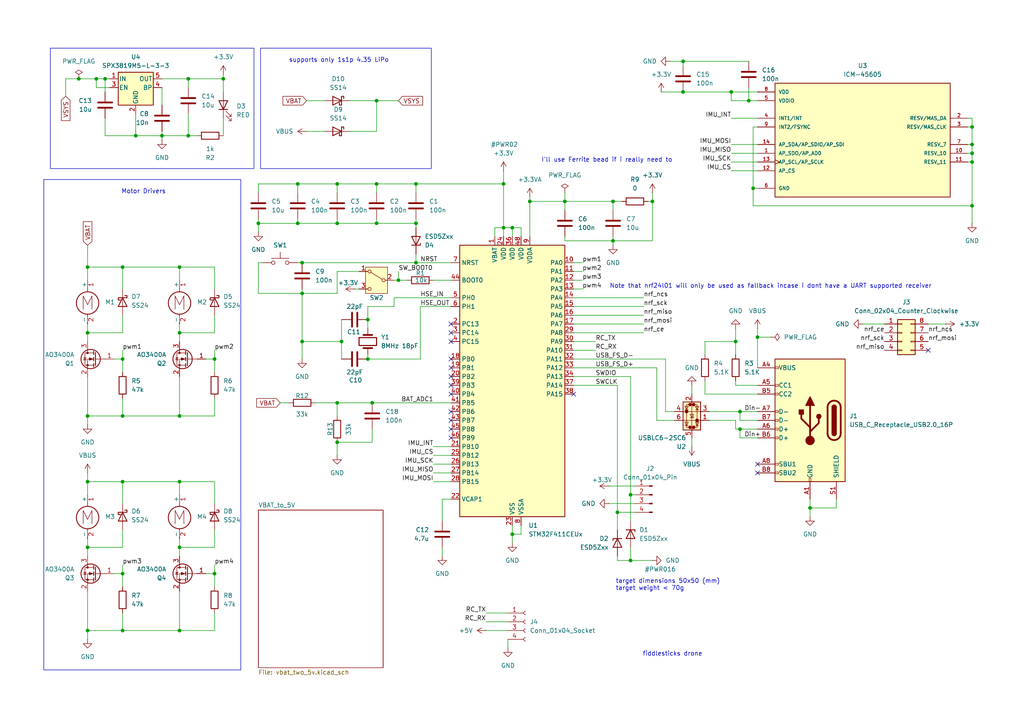
<source format=kicad_sch>
(kicad_sch (version 20250114) (generator "eeschema") (generator_version "9.0")
  (paper "A4")
  (rectangle (start 14.605 13.97) (end 73.66 48.895))
  (rectangle (start 75.565 13.97) (end 125.095 48.895))
  (rectangle (start 12.7 52.07) (end 69.85 194.31))
  (text "supports only 1s1p 4.35 LiPo" (at 98.298 17.526 0) (effects (font (size 1.27 1.27))))
  (text "fiddlesticks drone" (at 195.072 189.738 0) (effects (font (size 1.27 1.27))))
  (text "Note that nrf24l01 will only be used as fallback incase i dont have a UART supported receiver" (at 223.52 83.058 0) (effects (font (size 1.27 1.27))))
  (text "target dimensions 50x50 (mm)\ntarget weight < 70g" (at 178.562 169.672 0) (effects (font (size 1.27 1.27)) (justify left)))
  (text "I'll use Ferrite bead if i really need to" (at 176.022 46.482 0) (effects (font (size 1.27 1.27))))
  (text "Motor Drivers" (at 41.656 55.626 0) (effects (font (size 1.27 1.27))))
  (junction (at 106.68 92.71))
  (junction (at 120.65 64.77))
  (junction (at 35.56 139.7))
  (junction (at 52.07 96.52))
  (junction (at 54.61 39.37))
  (junction (at 163.83 58.42))
  (junction (at 198.12 26.67))
  (junction (at 87.63 85.09))
  (junction (at 99.06 99.06))
  (junction (at 35.56 166.37))
  (junction (at 97.79 53.34))
  (junction (at 25.4 139.7))
  (junction (at 64.77 22.86))
  (junction (at 25.4 158.75))
  (junction (at 120.65 76.2))
  (junction (at 62.23 104.14))
  (junction (at 234.95 147.32))
  (junction (at 87.63 76.2))
  (junction (at 182.88 143.51))
  (junction (at 86.36 53.34))
  (junction (at 25.4 96.52))
  (junction (at 146.05 53.34))
  (junction (at 214.63 119.38))
  (junction (at 281.94 46.99))
  (junction (at 217.17 29.21))
  (junction (at 281.94 36.83))
  (junction (at 120.65 53.34))
  (junction (at 25.4 120.65))
  (junction (at 106.68 104.14))
  (junction (at 27.94 22.86))
  (junction (at 281.94 41.91))
  (junction (at 109.22 53.34))
  (junction (at 148.59 66.04))
  (junction (at 97.79 116.84))
  (junction (at 54.61 22.86))
  (junction (at 179.07 148.59))
  (junction (at 52.07 158.75))
  (junction (at 109.22 29.21))
  (junction (at 74.93 64.77))
  (junction (at 25.4 77.47))
  (junction (at 62.23 166.37))
  (junction (at 212.09 26.67))
  (junction (at 97.79 128.27))
  (junction (at 22.86 22.86))
  (junction (at 148.59 154.94))
  (junction (at 281.94 59.69))
  (junction (at 219.71 97.79))
  (junction (at 35.56 120.65))
  (junction (at 87.63 99.06))
  (junction (at 97.79 64.77))
  (junction (at 177.8 69.85))
  (junction (at 213.36 99.06))
  (junction (at 177.8 58.42))
  (junction (at 107.95 116.84))
  (junction (at 35.56 104.14))
  (junction (at 281.94 44.45))
  (junction (at 35.56 77.47))
  (junction (at 182.88 162.56))
  (junction (at 39.37 39.37))
  (junction (at 146.05 66.04))
  (junction (at 52.07 120.65))
  (junction (at 218.44 54.61))
  (junction (at 52.07 77.47))
  (junction (at 30.48 22.86))
  (junction (at 35.56 182.88))
  (junction (at 115.57 81.28))
  (junction (at 25.4 182.88))
  (junction (at 109.22 64.77))
  (junction (at 189.23 58.42))
  (junction (at 52.07 182.88))
  (junction (at 214.63 124.46))
  (junction (at 52.07 139.7))
  (junction (at 86.36 64.77))
  (junction (at 153.67 58.42))
  (junction (at 46.99 39.37))
  (junction (at 198.12 17.78))
  (no_connect (at 219.71 137.16))
  (no_connect (at 130.81 121.92))
  (no_connect (at 130.81 106.68))
  (no_connect (at 130.81 114.3))
  (no_connect (at 130.81 124.46))
  (no_connect (at 166.37 114.3))
  (no_connect (at 130.81 111.76))
  (no_connect (at 130.81 127))
  (no_connect (at 130.81 119.38))
  (no_connect (at 130.81 99.06))
  (no_connect (at 130.81 109.22))
  (no_connect (at 219.71 134.62))
  (no_connect (at 130.81 104.14))
  (no_connect (at 130.81 93.98))
  (no_connect (at 130.81 96.52))
  (no_connect (at 269.24 101.6))
  (wire (pts (xy 81.28 116.84) (xy 83.82 116.84)))
  (wire (pts (xy 166.37 91.44) (xy 186.69 91.44)))
  (wire (pts (xy 214.63 127) (xy 214.63 124.46)))
  (wire (pts (xy 187.96 58.42) (xy 189.23 58.42)))
  (wire (pts (xy 62.23 96.52) (xy 52.07 96.52)))
  (wire (pts (xy 62.23 166.37) (xy 62.23 170.18)))
  (wire (pts (xy 140.97 182.88) (xy 147.32 182.88)))
  (wire (pts (xy 191.77 26.67) (xy 198.12 26.67)))
  (wire (pts (xy 120.65 53.34) (xy 146.05 53.34)))
  (wire (pts (xy 120.65 76.2) (xy 130.81 76.2)))
  (wire (pts (xy 87.63 76.2) (xy 120.65 76.2)))
  (wire (pts (xy 54.61 39.37) (xy 57.15 39.37)))
  (wire (pts (xy 166.37 109.22) (xy 182.88 109.22)))
  (wire (pts (xy 46.99 22.86) (xy 54.61 22.86)))
  (wire (pts (xy 101.6 38.1) (xy 109.22 38.1)))
  (wire (pts (xy 125.73 129.54) (xy 130.81 129.54)))
  (wire (pts (xy 151.13 154.94) (xy 148.59 154.94)))
  (wire (pts (xy 62.23 115.57) (xy 62.23 120.65)))
  (wire (pts (xy 205.74 119.38) (xy 214.63 119.38)))
  (wire (pts (xy 147.32 185.42) (xy 147.32 187.96)))
  (wire (pts (xy 25.4 139.7) (xy 25.4 143.51)))
  (wire (pts (xy 86.36 76.2) (xy 87.63 76.2)))
  (wire (pts (xy 30.48 22.86) (xy 31.75 22.86)))
  (wire (pts (xy 109.22 63.5) (xy 109.22 64.77)))
  (wire (pts (xy 52.07 77.47) (xy 62.23 77.47)))
  (wire (pts (xy 88.9 29.21) (xy 93.98 29.21)))
  (wire (pts (xy 106.68 95.25) (xy 106.68 92.71)))
  (wire (pts (xy 35.56 91.44) (xy 35.56 96.52)))
  (wire (pts (xy 193.04 119.38) (xy 195.58 119.38)))
  (wire (pts (xy 189.23 55.88) (xy 189.23 58.42)))
  (wire (pts (xy 140.97 177.8) (xy 147.32 177.8)))
  (wire (pts (xy 121.92 88.9) (xy 121.92 104.14)))
  (wire (pts (xy 114.3 81.28) (xy 115.57 81.28)))
  (wire (pts (xy 22.86 22.86) (xy 27.94 22.86)))
  (wire (pts (xy 62.23 158.75) (xy 52.07 158.75)))
  (wire (pts (xy 97.79 128.27) (xy 97.79 132.08)))
  (wire (pts (xy 204.47 110.49) (xy 204.47 114.3)))
  (wire (pts (xy 204.47 102.87) (xy 204.47 99.06)))
  (wire (pts (xy 120.65 63.5) (xy 120.65 64.77)))
  (wire (pts (xy 39.37 33.02) (xy 39.37 39.37)))
  (wire (pts (xy 166.37 81.28) (xy 168.91 81.28)))
  (wire (pts (xy 166.37 93.98) (xy 186.69 93.98)))
  (wire (pts (xy 54.61 22.86) (xy 54.61 25.4)))
  (wire (pts (xy 121.92 104.14) (xy 106.68 104.14)))
  (wire (pts (xy 128.27 144.78) (xy 130.81 144.78)))
  (wire (pts (xy 151.13 66.04) (xy 148.59 66.04)))
  (wire (pts (xy 25.4 120.65) (xy 25.4 123.19)))
  (wire (pts (xy 214.63 119.38) (xy 219.71 119.38)))
  (wire (pts (xy 97.79 128.27) (xy 107.95 128.27)))
  (wire (pts (xy 189.23 58.42) (xy 189.23 69.85)))
  (wire (pts (xy 125.73 134.62) (xy 130.81 134.62)))
  (wire (pts (xy 163.83 55.88) (xy 163.83 58.42)))
  (wire (pts (xy 97.79 53.34) (xy 109.22 53.34)))
  (wire (pts (xy 166.37 76.2) (xy 168.91 76.2)))
  (wire (pts (xy 280.67 34.29) (xy 281.94 34.29)))
  (wire (pts (xy 62.23 177.8) (xy 62.23 182.88)))
  (wire (pts (xy 166.37 99.06) (xy 172.72 99.06)))
  (wire (pts (xy 153.67 57.15) (xy 153.67 58.42)))
  (wire (pts (xy 219.71 97.79) (xy 223.52 97.79)))
  (wire (pts (xy 184.15 148.59) (xy 179.07 148.59)))
  (wire (pts (xy 25.4 120.65) (xy 35.56 120.65)))
  (wire (pts (xy 87.63 85.09) (xy 87.63 99.06)))
  (wire (pts (xy 219.71 97.79) (xy 219.71 106.68)))
  (wire (pts (xy 39.37 39.37) (xy 46.99 39.37)))
  (wire (pts (xy 213.36 110.49) (xy 213.36 111.76)))
  (wire (pts (xy 190.5 121.92) (xy 195.58 121.92)))
  (wire (pts (xy 106.68 92.71) (xy 106.68 88.9)))
  (wire (pts (xy 163.83 69.85) (xy 177.8 69.85)))
  (wire (pts (xy 182.88 143.51) (xy 182.88 109.22)))
  (wire (pts (xy 177.8 69.85) (xy 177.8 71.12)))
  (wire (pts (xy 200.66 129.54) (xy 200.66 127)))
  (wire (pts (xy 120.65 53.34) (xy 120.65 55.88)))
  (wire (pts (xy 62.23 104.14) (xy 62.23 107.95)))
  (wire (pts (xy 218.44 59.69) (xy 281.94 59.69)))
  (wire (pts (xy 166.37 101.6) (xy 172.72 101.6)))
  (wire (pts (xy 35.56 104.14) (xy 33.02 104.14)))
  (wire (pts (xy 31.75 25.4) (xy 27.94 25.4)))
  (wire (pts (xy 109.22 64.77) (xy 120.65 64.77)))
  (wire (pts (xy 52.07 109.22) (xy 52.07 120.65)))
  (wire (pts (xy 212.09 44.45) (xy 219.71 44.45)))
  (wire (pts (xy 219.71 111.76) (xy 213.36 111.76)))
  (wire (pts (xy 213.36 124.46) (xy 214.63 124.46)))
  (wire (pts (xy 35.56 77.47) (xy 52.07 77.47)))
  (wire (pts (xy 213.36 99.06) (xy 213.36 102.87)))
  (wire (pts (xy 97.79 63.5) (xy 97.79 64.77)))
  (wire (pts (xy 212.09 26.67) (xy 212.09 29.21)))
  (wire (pts (xy 54.61 22.86) (xy 64.77 22.86)))
  (wire (pts (xy 115.57 81.28) (xy 118.11 81.28)))
  (wire (pts (xy 88.9 38.1) (xy 93.98 38.1)))
  (wire (pts (xy 269.24 93.98) (xy 274.32 93.98)))
  (wire (pts (xy 109.22 53.34) (xy 120.65 53.34)))
  (wire (pts (xy 35.56 101.6) (xy 35.56 104.14)))
  (wire (pts (xy 219.71 36.83) (xy 218.44 36.83)))
  (wire (pts (xy 212.09 49.53) (xy 219.71 49.53)))
  (wire (pts (xy 35.56 104.14) (xy 35.56 107.95)))
  (wire (pts (xy 74.93 53.34) (xy 86.36 53.34)))
  (wire (pts (xy 166.37 83.82) (xy 168.91 83.82)))
  (wire (pts (xy 166.37 86.36) (xy 186.69 86.36)))
  (wire (pts (xy 193.04 104.14) (xy 193.04 119.38)))
  (wire (pts (xy 46.99 39.37) (xy 54.61 39.37)))
  (wire (pts (xy 140.97 180.34) (xy 147.32 180.34)))
  (wire (pts (xy 177.8 60.96) (xy 177.8 58.42)))
  (wire (pts (xy 76.2 76.2) (xy 74.93 76.2)))
  (wire (pts (xy 280.67 41.91) (xy 281.94 41.91)))
  (wire (pts (xy 205.74 121.92) (xy 213.36 121.92)))
  (wire (pts (xy 179.07 148.59) (xy 179.07 153.67)))
  (wire (pts (xy 25.4 93.98) (xy 25.4 96.52)))
  (wire (pts (xy 27.94 22.86) (xy 27.94 25.4)))
  (wire (pts (xy 99.06 99.06) (xy 99.06 104.14)))
  (wire (pts (xy 166.37 111.76) (xy 179.07 111.76)))
  (wire (pts (xy 25.4 96.52) (xy 35.56 96.52)))
  (wire (pts (xy 104.14 78.74) (xy 97.79 78.74)))
  (wire (pts (xy 198.12 17.78) (xy 217.17 17.78)))
  (wire (pts (xy 281.94 46.99) (xy 281.94 59.69)))
  (wire (pts (xy 52.07 182.88) (xy 35.56 182.88)))
  (wire (pts (xy 250.19 93.98) (xy 256.54 93.98)))
  (wire (pts (xy 184.15 143.51) (xy 182.88 143.51)))
  (wire (pts (xy 107.95 124.46) (xy 107.95 128.27)))
  (wire (pts (xy 120.65 73.66) (xy 120.65 76.2)))
  (wire (pts (xy 198.12 26.67) (xy 212.09 26.67)))
  (wire (pts (xy 163.83 58.42) (xy 153.67 58.42)))
  (wire (pts (xy 30.48 34.29) (xy 30.48 39.37)))
  (wire (pts (xy 64.77 21.59) (xy 64.77 22.86)))
  (wire (pts (xy 25.4 171.45) (xy 25.4 182.88)))
  (wire (pts (xy 177.8 68.58) (xy 177.8 69.85)))
  (wire (pts (xy 86.36 64.77) (xy 97.79 64.77)))
  (wire (pts (xy 19.05 22.86) (xy 22.86 22.86)))
  (wire (pts (xy 148.59 152.4) (xy 148.59 154.94)))
  (wire (pts (xy 219.71 124.46) (xy 214.63 124.46)))
  (wire (pts (xy 74.93 64.77) (xy 74.93 67.31)))
  (wire (pts (xy 86.36 64.77) (xy 74.93 64.77)))
  (wire (pts (xy 194.31 17.78) (xy 198.12 17.78)))
  (wire (pts (xy 87.63 99.06) (xy 87.63 104.14)))
  (wire (pts (xy 179.07 161.29) (xy 179.07 162.56)))
  (wire (pts (xy 219.71 54.61) (xy 218.44 54.61)))
  (wire (pts (xy 25.4 158.75) (xy 25.4 161.29)))
  (wire (pts (xy 52.07 158.75) (xy 52.07 161.29)))
  (wire (pts (xy 86.36 53.34) (xy 97.79 53.34)))
  (wire (pts (xy 62.23 83.82) (xy 62.23 77.47)))
  (wire (pts (xy 151.13 68.58) (xy 151.13 66.04)))
  (wire (pts (xy 97.79 78.74) (xy 97.79 85.09)))
  (wire (pts (xy 218.44 54.61) (xy 218.44 59.69)))
  (wire (pts (xy 106.68 88.9) (xy 114.3 88.9)))
  (wire (pts (xy 281.94 59.69) (xy 281.94 64.77)))
  (wire (pts (xy 30.48 39.37) (xy 39.37 39.37)))
  (wire (pts (xy 179.07 148.59) (xy 179.07 111.76)))
  (wire (pts (xy 146.05 53.34) (xy 146.05 66.04)))
  (wire (pts (xy 19.05 22.86) (xy 19.05 27.94)))
  (wire (pts (xy 163.83 68.58) (xy 163.83 69.85)))
  (wire (pts (xy 99.06 92.71) (xy 99.06 99.06)))
  (wire (pts (xy 166.37 78.74) (xy 168.91 78.74)))
  (wire (pts (xy 25.4 158.75) (xy 35.56 158.75)))
  (wire (pts (xy 62.23 163.83) (xy 62.23 166.37)))
  (wire (pts (xy 121.92 88.9) (xy 130.81 88.9)))
  (wire (pts (xy 190.5 106.68) (xy 190.5 121.92)))
  (wire (pts (xy 91.44 116.84) (xy 97.79 116.84)))
  (wire (pts (xy 114.3 88.9) (xy 114.3 86.36)))
  (wire (pts (xy 35.56 115.57) (xy 35.56 120.65)))
  (wire (pts (xy 198.12 17.78) (xy 198.12 19.05)))
  (wire (pts (xy 153.67 58.42) (xy 153.67 68.58)))
  (wire (pts (xy 62.23 182.88) (xy 52.07 182.88)))
  (wire (pts (xy 204.47 99.06) (xy 213.36 99.06)))
  (wire (pts (xy 146.05 49.53) (xy 146.05 53.34)))
  (wire (pts (xy 128.27 158.75) (xy 128.27 161.29)))
  (wire (pts (xy 125.73 81.28) (xy 130.81 81.28)))
  (wire (pts (xy 125.73 132.08) (xy 130.81 132.08)))
  (wire (pts (xy 212.09 26.67) (xy 219.71 26.67)))
  (wire (pts (xy 25.4 137.16) (xy 25.4 139.7)))
  (wire (pts (xy 35.56 83.82) (xy 35.56 77.47)))
  (wire (pts (xy 74.93 55.88) (xy 74.93 53.34)))
  (wire (pts (xy 35.56 166.37) (xy 33.02 166.37)))
  (wire (pts (xy 52.07 171.45) (xy 52.07 182.88)))
  (wire (pts (xy 242.57 147.32) (xy 234.95 147.32)))
  (wire (pts (xy 25.4 96.52) (xy 25.4 99.06)))
  (wire (pts (xy 62.23 104.14) (xy 59.69 104.14)))
  (wire (pts (xy 87.63 83.82) (xy 87.63 85.09)))
  (wire (pts (xy 101.6 29.21) (xy 109.22 29.21)))
  (wire (pts (xy 200.66 114.3) (xy 200.66 111.76)))
  (wire (pts (xy 97.79 64.77) (xy 109.22 64.77)))
  (wire (pts (xy 54.61 33.02) (xy 54.61 39.37)))
  (wire (pts (xy 64.77 34.29) (xy 64.77 39.37)))
  (wire (pts (xy 62.23 166.37) (xy 59.69 166.37)))
  (wire (pts (xy 86.36 63.5) (xy 86.36 64.77)))
  (wire (pts (xy 166.37 106.68) (xy 190.5 106.68)))
  (wire (pts (xy 125.73 137.16) (xy 130.81 137.16)))
  (wire (pts (xy 35.56 166.37) (xy 35.56 170.18)))
  (wire (pts (xy 146.05 66.04) (xy 146.05 68.58)))
  (wire (pts (xy 25.4 71.12) (xy 25.4 77.47)))
  (wire (pts (xy 214.63 119.38) (xy 214.63 121.92)))
  (wire (pts (xy 52.07 77.47) (xy 52.07 81.28)))
  (wire (pts (xy 213.36 95.25) (xy 213.36 99.06)))
  (wire (pts (xy 62.23 91.44) (xy 62.23 96.52)))
  (wire (pts (xy 179.07 162.56) (xy 182.88 162.56)))
  (wire (pts (xy 280.67 36.83) (xy 281.94 36.83)))
  (wire (pts (xy 212.09 46.99) (xy 219.71 46.99)))
  (wire (pts (xy 25.4 156.21) (xy 25.4 158.75)))
  (wire (pts (xy 163.83 58.42) (xy 177.8 58.42)))
  (wire (pts (xy 109.22 53.34) (xy 109.22 55.88)))
  (wire (pts (xy 97.79 116.84) (xy 107.95 116.84)))
  (wire (pts (xy 217.17 29.21) (xy 219.71 29.21)))
  (wire (pts (xy 30.48 26.67) (xy 30.48 22.86)))
  (wire (pts (xy 46.99 38.1) (xy 46.99 39.37)))
  (wire (pts (xy 115.57 78.74) (xy 115.57 81.28)))
  (wire (pts (xy 281.94 41.91) (xy 281.94 44.45)))
  (wire (pts (xy 120.65 66.04) (xy 120.65 64.77)))
  (wire (pts (xy 234.95 144.78) (xy 234.95 147.32)))
  (wire (pts (xy 97.79 53.34) (xy 97.79 55.88)))
  (wire (pts (xy 280.67 46.99) (xy 281.94 46.99)))
  (wire (pts (xy 74.93 76.2) (xy 74.93 85.09)))
  (wire (pts (xy 176.53 146.05) (xy 184.15 146.05)))
  (wire (pts (xy 35.56 177.8) (xy 35.56 182.88)))
  (wire (pts (xy 74.93 63.5) (xy 74.93 64.77)))
  (wire (pts (xy 52.07 96.52) (xy 52.07 99.06)))
  (wire (pts (xy 212.09 34.29) (xy 219.71 34.29)))
  (wire (pts (xy 182.88 162.56) (xy 189.23 162.56)))
  (wire (pts (xy 52.07 139.7) (xy 52.07 143.51)))
  (wire (pts (xy 182.88 143.51) (xy 182.88 151.13)))
  (wire (pts (xy 87.63 99.06) (xy 99.06 99.06)))
  (wire (pts (xy 281.94 36.83) (xy 281.94 41.91)))
  (wire (pts (xy 166.37 88.9) (xy 186.69 88.9)))
  (wire (pts (xy 219.71 95.25) (xy 219.71 97.79)))
  (wire (pts (xy 35.56 139.7) (xy 52.07 139.7)))
  (wire (pts (xy 109.22 29.21) (xy 109.22 38.1)))
  (wire (pts (xy 97.79 85.09) (xy 87.63 85.09)))
  (wire (pts (xy 218.44 36.83) (xy 218.44 54.61)))
  (wire (pts (xy 46.99 25.4) (xy 46.99 30.48)))
  (wire (pts (xy 163.83 60.96) (xy 163.83 58.42)))
  (wire (pts (xy 74.93 85.09) (xy 87.63 85.09)))
  (wire (pts (xy 52.07 156.21) (xy 52.07 158.75)))
  (wire (pts (xy 62.23 153.67) (xy 62.23 158.75)))
  (wire (pts (xy 176.53 140.97) (xy 184.15 140.97)))
  (wire (pts (xy 148.59 66.04) (xy 146.05 66.04)))
  (wire (pts (xy 213.36 121.92) (xy 213.36 124.46)))
  (wire (pts (xy 281.94 44.45) (xy 281.94 46.99)))
  (wire (pts (xy 242.57 144.78) (xy 242.57 147.32)))
  (wire (pts (xy 27.94 22.86) (xy 30.48 22.86)))
  (wire (pts (xy 219.71 127) (xy 214.63 127)))
  (wire (pts (xy 97.79 116.84) (xy 97.79 120.65)))
  (wire (pts (xy 25.4 77.47) (xy 35.56 77.47)))
  (wire (pts (xy 234.95 147.32) (xy 234.95 149.86)))
  (wire (pts (xy 64.77 22.86) (xy 64.77 26.67)))
  (wire (pts (xy 25.4 182.88) (xy 25.4 185.42)))
  (wire (pts (xy 46.99 39.37) (xy 46.99 40.64)))
  (wire (pts (xy 219.71 114.3) (xy 204.47 114.3)))
  (wire (pts (xy 25.4 182.88) (xy 35.56 182.88)))
  (wire (pts (xy 177.8 58.42) (xy 180.34 58.42)))
  (wire (pts (xy 106.68 104.14) (xy 106.68 102.87)))
  (wire (pts (xy 35.56 153.67) (xy 35.56 158.75)))
  (wire (pts (xy 219.71 121.92) (xy 214.63 121.92)))
  (wire (pts (xy 143.51 66.04) (xy 146.05 66.04)))
  (wire (pts (xy 125.73 139.7) (xy 130.81 139.7)))
  (wire (pts (xy 151.13 152.4) (xy 151.13 154.94)))
  (wire (pts (xy 280.67 44.45) (xy 281.94 44.45)))
  (wire (pts (xy 102.87 83.82) (xy 104.14 83.82)))
  (wire (pts (xy 114.3 86.36) (xy 130.81 86.36)))
  (wire (pts (xy 212.09 41.91) (xy 219.71 41.91)))
  (wire (pts (xy 281.94 34.29) (xy 281.94 36.83)))
  (wire (pts (xy 25.4 139.7) (xy 35.56 139.7)))
  (wire (pts (xy 148.59 154.94) (xy 148.59 157.48)))
  (wire (pts (xy 62.23 120.65) (xy 52.07 120.65)))
  (wire (pts (xy 107.95 116.84) (xy 130.81 116.84)))
  (wire (pts (xy 182.88 158.75) (xy 182.88 162.56)))
  (wire (pts (xy 86.36 55.88) (xy 86.36 53.34)))
  (wire (pts (xy 217.17 25.4) (xy 217.17 29.21)))
  (wire (pts (xy 212.09 29.21) (xy 217.17 29.21)))
  (wire (pts (xy 25.4 109.22) (xy 25.4 120.65)))
  (wire (pts (xy 148.59 68.58) (xy 148.59 66.04)))
  (wire (pts (xy 62.23 101.6) (xy 62.23 104.14)))
  (wire (pts (xy 52.07 93.98) (xy 52.07 96.52)))
  (wire (pts (xy 35.56 163.83) (xy 35.56 166.37)))
  (wire (pts (xy 62.23 146.05) (xy 62.23 139.7)))
  (wire (pts (xy 143.51 68.58) (xy 143.51 66.04)))
  (wire (pts (xy 166.37 104.14) (xy 193.04 104.14)))
  (wire (pts (xy 52.07 120.65) (xy 35.56 120.65)))
  (wire (pts (xy 109.22 29.21) (xy 115.57 29.21)))
  (wire (pts (xy 166.37 96.52) (xy 186.69 96.52)))
  (wire (pts (xy 25.4 77.47) (xy 25.4 81.28)))
  (wire (pts (xy 52.07 139.7) (xy 62.23 139.7)))
  (wire (pts (xy 177.8 69.85) (xy 189.23 69.85)))
  (wire (pts (xy 128.27 144.78) (xy 128.27 151.13)))
  (wire (pts (xy 35.56 146.05) (xy 35.56 139.7)))
  (label "pwm2" (at 168.91 78.74 0))
  (label "nrf_ncs" (at 186.69 86.36 0))
  (label "IMU_SCK" (at 212.09 46.99 180))
  (label "pwm2" (at 62.23 101.6 0))
  (label "IMU_MOSI" (at 212.09 41.91 180))
  (label "nrf_mosi" (at 269.24 99.06 0))
  (label "pwm3" (at 35.56 163.83 0))
  (label "IMU_MISO" (at 125.73 137.16 180))
  (label "Din-" (at 215.9 119.38 0))
  (label "NRST" (at 121.92 76.2 0))
  (label "IMU_MOSI" (at 125.73 139.7 180))
  (label "IMU_SCK" (at 125.73 134.62 180))
  (label "SWCLK" (at 172.72 111.76 0))
  (label "SW_BOOT0" (at 115.57 78.74 0))
  (label "HSE_OUT" (at 121.92 88.9 0))
  (label "IMU_CS" (at 212.09 49.53 180))
  (label "pwm1" (at 35.56 101.6 0))
  (label "IMU_CS" (at 125.73 132.08 180))
  (label "RC_TX" (at 140.97 177.8 180))
  (label "IMU_INT" (at 125.73 129.54 180))
  (label "nrf_miso" (at 186.69 91.44 0))
  (label "USB_FS_D-" (at 172.72 104.14 0))
  (label "pwm1" (at 168.91 76.2 0))
  (label "nrf_ncs" (at 269.24 96.52 0))
  (label "RC_RX" (at 172.72 101.6 0))
  (label "IMU_INT" (at 212.09 34.29 180))
  (label "nrf_mosi" (at 186.69 93.98 0))
  (label "IMU_MISO" (at 212.09 44.45 180))
  (label "nrf_miso" (at 256.54 101.6 180))
  (label "nrf_sck" (at 256.54 99.06 180))
  (label "Din+" (at 215.9 127 0))
  (label "USB_FS_D+" (at 172.72 106.68 0))
  (label "pwm4" (at 62.23 163.83 0))
  (label "HSE_IN" (at 121.92 86.36 0))
  (label "nrf_ce" (at 186.69 96.52 0))
  (label "BAT_ADC1" (at 125.73 116.84 180))
  (label "RC_RX" (at 140.97 180.34 180))
  (label "pwm3" (at 168.91 81.28 0))
  (label "nrf_ce" (at 256.54 96.52 180))
  (label "RC_TX" (at 172.72 99.06 0))
  (label "nrf_sck" (at 186.69 88.9 0))
  (label "pwm4" (at 168.91 83.82 0))
  (label "SWDIO" (at 172.72 109.22 0))
  (global_label "VBAT" (shape input) (at 88.9 29.21 180) (property "Intersheetrefs" "${INTERSHEET_REFS}" (effects (hide yes))))
  (global_label "VSYS" (shape input) (at 115.57 29.21 0) (property "Intersheetrefs" "${INTERSHEET_REFS}" (effects (hide yes))))
  (global_label "VBAT" (shape input) (at 81.28 116.84 180) (property "Intersheetrefs" "${INTERSHEET_REFS}" (effects (hide yes))))
  (global_label "VBAT" (shape input) (at 25.4 71.12 90) (property "Intersheetrefs" "${INTERSHEET_REFS}" (effects (hide yes))))
  (global_label "VSYS" (shape input) (at 19.05 27.94 270) (property "Intersheetrefs" "${INTERSHEET_REFS}" (effects (hide yes))))
  (symbol (lib_id "power:+3.3VA") (at 153.67 57.15 0) (unit 1)
    (property "Reference" "#PWR04" (effects (hide yes)))
    (property "Value" "+3.3VA" (at 153.67 52.07 0))
    (property "Description" "Power symbol creates a global label with name \"+3.3VA\"" (effects (hide yes)))
  )
  (symbol (lib_id "Motor:Motor_DC") (at 25.4 148.59 0) (unit 1)
    (property "Reference" "M3" (at 30.48 149.8599 0) (effects (justify left)))
    (property "Value" "Motor_DC" (effects (hide yes)))
    (property "Description" "DC Motor" (effects (hide yes)))
  )
  (symbol (lib_id "Diode:ESD5Zxx") (at 179.07 157.48 90) (mirror x) (unit 1)
    (property "Reference" "D2" (at 176.53 156.2099 90) (effects (justify left)))
    (property "Value" "ESD5Zxx" (at 176.53 158.7499 90) (effects (justify left)))
    (property "Footprint" "Diode_SMD:D_SOD-523" (effects (hide yes)))
    (property "Datasheet" "https://www.onsemi.com/pdf/datasheet/esd5z2.5t1-d.pdf" (effects (hide yes)))
    (property "Description" "ESD Protection Diode, SOD-523" (effects (hide yes)))
  )
  (symbol (lib_id "Regulator_Linear:SPX3819M5-L-3-3") (at 39.37 25.4 0) (unit 1)
    (property "Reference" "U4" (at 39.37 16.51 0))
    (property "Value" "SPX3819M5-L-3-3" (at 39.37 19.05 0))
    (property "Footprint" "Package_TO_SOT_SMD:SOT-23-5" (effects (hide yes)))
    (property "Datasheet" "https://www.exar.com/content/document.ashx?id=22106&languageid=1033&type=Datasheet&partnumber=SPX3819&filename=SPX3819.pdf&part=SPX3819" (effects (hide yes)))
    (property "Description" "500mA Low drop-out regulator, Fixed Output 3.3V, SOT-23-5" (effects (hide yes)))
  )
  (symbol (lib_id "Connector:Conn_01x04_Socket") (at 152.4 180.34 0) (unit 1)
    (property "Reference" "J4" (at 153.67 180.3399 0) (effects (justify left)))
    (property "Value" "Conn_01x04_Socket" (at 153.67 182.8799 0) (effects (justify left)))
    (property "Description" "Generic connector, single row, 01x04, script generated" (effects (hide yes)))
  )
  (symbol (lib_id "power:GND") (at 250.19 93.98 270) (unit 1)
    (property "Reference" "#PWR029" (effects (hide yes)))
    (property "Value" "GND" (at 246.38 93.9799 90) (effects (justify right)))
    (property "Description" "Power symbol creates a global label with name \"GND\" , ground" (effects (hide yes)))
  )
  (symbol (lib_id "power:GND") (at 189.23 162.56 90) (unit 1)
    (property "Reference" "#PWR016" (at 191.516 165.1 90))
    (property "Value" "GND" (at 193.04 162.5599 90) (effects (justify right)))
    (property "Description" "Power symbol creates a global label with name \"GND\" , ground" (effects (hide yes)))
  )
  (symbol (lib_id "Power_Protection:USBLC6-2SC6") (at 200.66 121.92 180) (unit 1)
    (property "Reference" "U2" (at 199.0089 129.54 0) (effects (justify left)))
    (property "Value" "USBLC6-2SC6" (at 199.0089 127 0) (effects (justify left)))
    (property "Footprint" "Package_TO_SOT_SMD:SOT-23-6" (effects (hide yes)))
    (property "Datasheet" "https://www.st.com/resource/en/datasheet/usblc6-2.pdf" (effects (hide yes)))
    (property "Description" "Very low capacitance ESD protection diode, 2 data-line, SOT-23-6" (effects (hide yes)))
  )
  (symbol (lib_id "Device:C") (at 128.27 154.94 0) (unit 1)
    (property "Reference" "C12" (at 124.46 153.6699 0) (effects (justify right)))
    (property "Value" "4.7u" (at 124.46 156.2099 0) (effects (justify right)))
    (property "Description" "Unpolarized capacitor" (effects (hide yes)))
  )
  (symbol (lib_id "Device:R") (at 213.36 106.68 0) (unit 1)
    (property "Reference" "R3" (at 215.9 105.4099 0) (effects (justify left)))
    (property "Value" "5.1K" (at 215.9 107.9499 0) (effects (justify left)))
    (property "Description" "Resistor" (effects (hide yes)))
  )
  (symbol (lib_id "Diode:SS24") (at 35.56 149.86 270) (unit 1)
    (property "Reference" "D6" (at 38.1 148.2724 90) (effects (justify left)))
    (property "Value" "SS24" (at 38.1 150.8124 90) (effects (justify left)))
    (property "Footprint" "Diode_SMD:D_SMA" (effects (hide yes)))
    (property "Datasheet" "https://www.vishay.com/docs/88748/ss22.pdf" (effects (hide yes)))
    (property "Description" "40V 2A Schottky Diode, SMA" (effects (hide yes)))
  )
  (symbol (lib_id "Diode:SS24") (at 62.23 149.86 270) (unit 1)
    (property "Reference" "D8" (at 64.77 148.2724 90) (effects (justify left)))
    (property "Value" "SS24" (at 64.77 150.8124 90) (effects (justify left)))
    (property "Footprint" "Diode_SMD:D_SMA" (effects (hide yes)))
    (property "Datasheet" "https://www.vishay.com/docs/88748/ss22.pdf" (effects (hide yes)))
    (property "Description" "40V 2A Schottky Diode, SMA" (effects (hide yes)))
  )
  (symbol (lib_id "Device:C") (at 163.83 64.77 0) (unit 1)
    (property "Reference" "C6" (at 167.64 63.4999 0) (effects (justify left)))
    (property "Value" "100n" (at 167.64 66.0399 0) (effects (justify left)))
    (property "Description" "Unpolarized capacitor" (effects (hide yes)))
  )
  (symbol (lib_id "Device:R") (at 35.56 173.99 0) (unit 1)
    (property "Reference" "R7" (at 38.1 172.7199 0) (effects (justify left)))
    (property "Value" "47k" (at 38.1 175.2599 0) (effects (justify left)))
    (property "Description" "Resistor" (effects (hide yes)))
  )
  (symbol (lib_id "Device:C") (at 30.48 30.48 0) (mirror y) (unit 1)
    (property "Reference" "C13" (at 26.67 29.2099 0) (effects (justify left)))
    (property "Value" "10u" (at 26.67 31.7499 0) (effects (justify left)))
    (property "Description" "Unpolarized capacitor" (effects (hide yes)))
  )
  (symbol (lib_id "Diode:ESD5Zxx") (at 120.65 69.85 270) (mirror x) (unit 1)
    (property "Reference" "D4" (at 123.19 71.1201 90) (effects (justify left)))
    (property "Value" "ESD5Zxx" (at 123.19 68.5801 90) (effects (justify left)))
    (property "Footprint" "Diode_SMD:D_SOD-523" (effects (hide yes)))
    (property "Datasheet" "https://www.onsemi.com/pdf/datasheet/esd5z2.5t1-d.pdf" (effects (hide yes)))
    (property "Description" "ESD Protection Diode, SOD-523" (effects (hide yes)))
  )
  (symbol (lib_id "Diode:ESD5Zxx") (at 182.88 154.94 270) (unit 1)
    (property "Reference" "D1" (at 185.42 153.6699 90) (effects (justify left)))
    (property "Value" "ESD5Zxx" (at 185.42 156.2099 90) (effects (justify left)))
    (property "Footprint" "Diode_SMD:D_SOD-523" (effects (hide yes)))
    (property "Datasheet" "https://www.onsemi.com/pdf/datasheet/esd5z2.5t1-d.pdf" (effects (hide yes)))
    (property "Description" "ESD Protection Diode, SOD-523" (effects (hide yes)))
  )
  (symbol (lib_id "Device:C") (at 54.61 29.21 0) (unit 1)
    (property "Reference" "C14" (at 58.42 27.9399 0) (effects (justify left)))
    (property "Value" "10u" (at 58.42 30.4799 0) (effects (justify left)))
    (property "Description" "Unpolarized capacitor" (effects (hide yes)))
  )
  (symbol (lib_id "Connector:Conn_01x04_Pin") (at 189.23 143.51 0) (mirror y) (unit 1)
    (property "Reference" "J2" (at 188.595 135.89 0))
    (property "Value" "Conn_01x04_Pin" (at 188.595 138.43 0))
    (property "Description" "Generic connector, single row, 01x04, script generated" (effects (hide yes)))
  )
  (symbol (lib_id "power:PWR_FLAG") (at 223.52 97.79 270) (unit 1)
    (property "Reference" "#FLG03" (effects (hide yes)))
    (property "Value" "PWR_FLAG" (at 227.33 97.7899 90) (effects (justify left)))
    (property "Description" "Special symbol for telling ERC where power comes from" (effects (hide yes)))
  )
  (symbol (lib_id "power:VBUS") (at 200.66 129.54 0) (mirror x) (unit 1)
    (property "Reference" "#PWR014" (effects (hide yes)))
    (property "Value" "VBUS" (at 200.66 134.62 0))
    (property "Description" "Power symbol creates a global label with name \"VBUS\"" (effects (hide yes)))
  )
  (symbol (lib_id "Device:C") (at 102.87 104.14 90) (unit 1)
    (property "Reference" "C10" (at 103.124 110.236 90))
    (property "Value" "22pF" (at 102.87 107.95 90))
    (property "Description" "Unpolarized capacitor" (effects (hide yes)))
  )
  (symbol (lib_id "Transistor_FET:AO3400A") (at 27.94 104.14 0) (mirror y) (unit 1)
    (property "Reference" "Q1" (at 21.59 105.4101 0) (effects (justify left)))
    (property "Value" "AO3400A" (at 21.59 102.8701 0) (effects (justify left)))
    (property "Footprint" "Package_TO_SOT_SMD:SOT-23" (effects (hide yes)))
    (property "Datasheet" "http://www.aosmd.com/pdfs/datasheet/AO3400A.pdf" (effects (hide yes)))
    (property "Description" "30V Vds, 5.7A Id, N-Channel MOSFET, SOT-23" (effects (hide yes)))
  )
  (symbol (lib_id "Device:C") (at 102.87 92.71 270) (unit 1)
    (property "Reference" "C11" (at 102.616 96.266 90))
    (property "Value" "22pF" (at 102.87 88.9 90))
    (property "Description" "Unpolarized capacitor" (effects (hide yes)))
  )
  (symbol (lib_id "Device:R") (at 62.23 111.76 0) (unit 1)
    (property "Reference" "R6" (at 64.77 110.4899 0) (effects (justify left)))
    (property "Value" "47k" (at 64.77 113.0299 0) (effects (justify left)))
    (property "Description" "Resistor" (effects (hide yes)))
  )
  (symbol (lib_id "Device:R") (at 62.23 173.99 0) (unit 1)
    (property "Reference" "R8" (at 64.77 172.7199 0) (effects (justify left)))
    (property "Value" "47k" (at 64.77 175.2599 0) (effects (justify left)))
    (property "Description" "Resistor" (effects (hide yes)))
  )
  (symbol (lib_id "Diode:SS24") (at 62.23 87.63 270) (unit 1)
    (property "Reference" "D5" (at 64.77 86.0424 90) (effects (justify left)))
    (property "Value" "SS24" (at 64.77 88.5824 90) (effects (justify left)))
    (property "Footprint" "Diode_SMD:D_SMA" (effects (hide yes)))
    (property "Datasheet" "https://www.vishay.com/docs/88748/ss22.pdf" (effects (hide yes)))
    (property "Description" "40V 2A Schottky Diode, SMA" (effects (hide yes)))
  )
  (symbol (lib_id "Device:C") (at 217.17 21.59 0) (unit 1)
    (property "Reference" "C16" (at 220.98 20.3199 0) (effects (justify left)))
    (property "Value" "100n" (at 220.98 22.8599 0) (effects (justify left)))
    (property "Description" "X7R" (effects (hide yes)))
  )
  (symbol (lib_id "Device:LED") (at 64.77 30.48 90) (unit 1)
    (property "Reference" "D3" (at 68.58 30.7974 90) (effects (justify right)))
    (property "Value" "RED" (at 68.58 33.3374 90) (effects (justify right)))
    (property "Description" "Light emitting diode" (effects (hide yes)))
    (property "Sim.Pins" "1=K 2=A" (effects (hide yes)))
  )
  (symbol (lib_id "Diode:SS14") (at 97.79 29.21 0) (mirror y) (unit 1)
    (property "Reference" "D10" (at 98.1075 22.86 0))
    (property "Value" "SS14" (at 98.1075 25.4 0))
    (property "Footprint" "Diode_SMD:D_SMA" (effects (hide yes)))
    (property "Datasheet" "https://www.vishay.com/docs/88746/ss12.pdf" (effects (hide yes)))
    (property "Description" "40V 1A Schottky Diode, SMA" (effects (hide yes)))
  )
  (symbol (lib_id "Device:C") (at 87.63 80.01 0) (unit 1)
    (property "Reference" "C9" (at 91.44 78.7399 0) (effects (justify left)))
    (property "Value" "100n" (at 91.44 81.2799 0) (effects (justify left)))
    (property "Description" "Unpolarized capacitor" (effects (hide yes)))
  )
  (symbol (lib_id "Motor:Motor_DC") (at 25.4 86.36 0) (unit 1)
    (property "Reference" "M1" (at 30.48 87.6299 0) (effects (justify left)))
    (property "Value" "Motor_DC" (effects (hide yes)))
    (property "Description" "DC Motor" (effects (hide yes)))
  )
  (symbol (lib_id "Diode:SS24") (at 35.56 87.63 270) (unit 1)
    (property "Reference" "D7" (at 38.1 86.0424 90) (effects (justify left)))
    (property "Value" "SS24" (at 38.1 88.5824 90) (effects (justify left)))
    (property "Footprint" "Diode_SMD:D_SMA" (effects (hide yes)))
    (property "Datasheet" "https://www.vishay.com/docs/88748/ss22.pdf" (effects (hide yes)))
    (property "Description" "40V 2A Schottky Diode, SMA" (effects (hide yes)))
  )
  (symbol (lib_id "power:GND") (at 74.93 67.31 0) (unit 1)
    (property "Reference" "#PWR03" (effects (hide yes)))
    (property "Value" "GND" (at 74.93 72.39 0))
    (property "Description" "Power symbol creates a global label with name \"GND\" , ground" (effects (hide yes)))
  )
  (symbol (lib_id "Device:R") (at 121.92 81.28 90) (unit 1)
    (property "Reference" "R1" (at 121.92 79.248 90))
    (property "Value" "10k" (at 122.174 81.28 90))
    (property "Description" "Resistor" (effects (hide yes)))
  )
  (symbol (lib_id "power:GND") (at 46.99 40.64 0) (unit 1)
    (property "Reference" "#PWR018" (effects (hide yes)))
    (property "Value" "GND" (at 46.99 45.72 0))
    (property "Description" "Power symbol creates a global label with name \"GND\" , ground" (effects (hide yes)))
  )
  (symbol (lib_id "power:GND") (at 148.59 157.48 0) (unit 1)
    (property "Reference" "#PWR01" (effects (hide yes)))
    (property "Value" "GND" (at 148.59 162.56 0))
    (property "Description" "Power symbol creates a global label with name \"GND\" , ground" (effects (hide yes)))
  )
  (symbol (lib_id "Transistor_FET:AO3400A") (at 54.61 104.14 0) (mirror y) (unit 1)
    (property "Reference" "Q2" (at 48.26 105.4101 0) (effects (justify left)))
    (property "Value" "AO3400A" (at 48.26 102.8701 0) (effects (justify left)))
    (property "Footprint" "Package_TO_SOT_SMD:SOT-23" (effects (hide yes)))
    (property "Datasheet" "http://www.aosmd.com/pdfs/datasheet/AO3400A.pdf" (effects (hide yes)))
    (property "Description" "30V Vds, 5.7A Id, N-Channel MOSFET, SOT-23" (effects (hide yes)))
  )
  (symbol (lib_id "power:VBUS") (at 25.4 137.16 0) (unit 1)
    (property "Reference" "#PWR026" (effects (hide yes)))
    (property "Value" "VBUS" (at 25.4 132.08 0))
    (property "Description" "Power symbol creates a global label with name \"VBUS\"" (effects (hide yes)))
  )
  (symbol (lib_id "Switch:SW_Push") (at 81.28 76.2 0) (unit 1)
    (property "Reference" "SW1" (at 81.28 71.12 0))
    (property "Value" "SW_Push" (effects (hide yes)))
    (property "Description" "Push button switch, generic, two pins" (effects (hide yes)))
  )
  (symbol (lib_id "power:GND") (at 234.95 149.86 0) (unit 1)
    (property "Reference" "#PWR09" (effects (hide yes)))
    (property "Value" "GND" (at 234.95 154.94 0))
    (property "Description" "Power symbol creates a global label with name \"GND\" , ground" (effects (hide yes)))
  )
  (symbol (lib_id "MCU_ST_STM32F4:STM32F411CEUx") (at 148.59 111.76 0) (unit 1)
    (property "Reference" "U1" (at 153.2733 152.4 0) (effects (justify left)))
    (property "Value" "STM32F411CEUx" (at 153.2733 154.94 0) (effects (justify left)))
    (property "Footprint" "Package_DFN_QFN:QFN-48-1EP_7x7mm_P0.5mm_EP5.6x5.6mm" (effects (hide yes)))
    (property "Datasheet" "https://www.st.com/resource/en/datasheet/stm32f411ce.pdf" (effects (hide yes)))
    (property "Description" "STMicroelectronics Arm Cortex-M4 MCU, 512KB flash, 128KB RAM, 100 MHz, 1.7-3.6V, 36 GPIO, UFQFPN48" (effects (hide yes)))
  )
  (symbol (lib_id "Motor:Motor_DC") (at 52.07 86.36 0) (unit 1)
    (property "Reference" "M2" (at 57.15 87.6299 0) (effects (justify left)))
    (property "Value" "Motor_DC" (effects (hide yes)))
    (property "Description" "DC Motor" (effects (hide yes)))
  )
  (symbol (lib_id "Device:R") (at 204.47 106.68 0) (unit 1)
    (property "Reference" "R4" (at 207.01 105.4099 0) (effects (justify left)))
    (property "Value" "5.1K" (at 207.01 107.9499 0) (effects (justify left)))
    (property "Description" "Resistor" (effects (hide yes)))
  )
  (symbol (lib_id "power:+3.3V") (at 146.05 49.53 0) (unit 1)
    (property "Reference" "#PWR02" (at 146.304 41.91 0))
    (property "Value" "+3.3V" (at 146.05 44.45 0))
    (property "Description" "Power symbol creates a global label with name \"+3.3V\"" (effects (hide yes)))
  )
  (symbol (lib_id "Device:C") (at 177.8 64.77 0) (unit 1)
    (property "Reference" "C7" (at 181.61 63.4999 0) (effects (justify left)))
    (property "Value" "10u" (at 181.61 66.0399 0) (effects (justify left)))
    (property "Description" "Unpolarized capacitor" (effects (hide yes)))
  )
  (symbol (lib_id "Device:R") (at 184.15 58.42 90) (unit 1)
    (property "Reference" "R9" (at 184.15 52.07 90))
    (property "Value" "0" (at 184.15 54.61 90))
    (property "Description" "Resistor" (effects (hide yes)))
  )
  (symbol (lib_id "power:GND") (at 177.8 71.12 0) (unit 1)
    (property "Reference" "#PWR05" (effects (hide yes)))
    (property "Value" "GND" (at 177.8 76.2 0))
    (property "Description" "Power symbol creates a global label with name \"GND\" , ground" (effects (hide yes)))
  )
  (symbol (lib_id "Transistor_FET:AO3400A") (at 27.94 166.37 0) (mirror y) (unit 1)
    (property "Reference" "Q3" (at 21.59 167.6401 0) (effects (justify left)))
    (property "Value" "AO3400A" (at 21.59 165.1001 0) (effects (justify left)))
    (property "Footprint" "Package_TO_SOT_SMD:SOT-23" (effects (hide yes)))
    (property "Datasheet" "http://www.aosmd.com/pdfs/datasheet/AO3400A.pdf" (effects (hide yes)))
    (property "Description" "30V Vds, 5.7A Id, N-Channel MOSFET, SOT-23" (effects (hide yes)))
  )
  (symbol (lib_id "power:PWR_FLAG") (at 163.83 55.88 0) (unit 1)
    (property "Reference" "#FLG02" (effects (hide yes)))
    (property "Value" "PWR_FLAG" (at 163.83 50.8 0))
    (property "Description" "Special symbol for telling ERC where power comes from" (effects (hide yes)))
  )
  (symbol (lib_id "Device:R") (at 97.79 124.46 180) (unit 1)
    (property "Reference" "R13" (at 95.758 124.46 90))
    (property "Value" "33k" (at 101.092 124.46 90))
    (property "Description" "Resistor" (effects (hide yes)))
  )
  (symbol (lib_id "Switch:SW_SPDT") (at 109.22 81.28 0) (mirror y) (unit 1)
    (property "Reference" "SW2" (at 109.22 86.36 0))
    (property "Value" "SW_SPDT" (effects (hide yes)))
    (property "Description" "Switch, single pole double throw" (effects (hide yes)))
  )
  (symbol (lib_id "power:+5V") (at 140.97 182.88 90) (mirror x) (unit 1)
    (property "Reference" "#PWR032" (effects (hide yes)))
    (property "Value" "+5V" (at 137.16 182.8799 90) (effects (justify left)))
    (property "Description" "Power symbol creates a global label with name \"+5V\"" (effects (hide yes)))
  )
  (symbol (lib_id "Connector:USB_C_Receptacle_USB2.0_16P") (at 234.95 121.92 0) (mirror y) (unit 1)
    (property "Reference" "J1" (at 246.38 120.6499 0) (effects (justify right)))
    (property "Value" "USB_C_Receptacle_USB2.0_16P" (at 246.38 123.1899 0) (effects (justify right)))
    (property "Datasheet" "https://www.usb.org/sites/default/files/documents/usb_type-c.zip" (effects (hide yes)))
    (property "Description" "USB 2.0-only 16P Type-C Receptacle connector" (effects (hide yes)))
  )
  (symbol (lib_id "power:GND") (at 128.27 161.29 0) (unit 1)
    (property "Reference" "#PWR017" (effects (hide yes)))
    (property "Value" "GND" (at 128.27 166.37 0))
    (property "Description" "Power symbol creates a global label with name \"GND\" , ground" (effects (hide yes)))
  )
  (symbol (lib_id "Motor:Motor_DC") (at 52.07 148.59 0) (unit 1)
    (property "Reference" "M4" (at 57.15 149.8599 0) (effects (justify left)))
    (property "Value" "Motor_DC" (effects (hide yes)))
    (property "Description" "DC Motor" (effects (hide yes)))
  )
  (symbol (lib_id "Transistor_FET:AO3400A") (at 54.61 166.37 0) (mirror y) (unit 1)
    (property "Reference" "Q4" (at 48.26 167.6401 0) (effects (justify left)))
    (property "Value" "AO3400A" (at 48.26 165.1001 0) (effects (justify left)))
    (property "Footprint" "Package_TO_SOT_SMD:SOT-23" (effects (hide yes)))
    (property "Datasheet" "http://www.aosmd.com/pdfs/datasheet/AO3400A.pdf" (effects (hide yes)))
    (property "Description" "30V Vds, 5.7A Id, N-Channel MOSFET, SOT-23" (effects (hide yes)))
  )
  (symbol (lib_id "power:GND") (at 147.32 187.96 0) (unit 1)
    (property "Reference" "#PWR033" (effects (hide yes)))
    (property "Value" "GND" (at 147.32 193.04 0))
    (property "Description" "Power symbol creates a global label with name \"GND\" , ground" (effects (hide yes)))
  )
  (symbol (lib_id "power:GND") (at 281.94 64.77 0) (unit 1)
    (property "Reference" "#PWR021" (effects (hide yes)))
    (property "Value" "GND" (at 281.94 69.85 0))
    (property "Description" "Power symbol creates a global label with name \"GND\" , ground" (effects (hide yes)))
  )
  (symbol (lib_id "Device:R") (at 60.96 39.37 90) (mirror x) (unit 1)
    (property "Reference" "R2" (at 60.96 45.72 90))
    (property "Value" "1k" (at 60.96 43.18 90))
    (property "Description" "Resistor" (effects (hide yes)))
  )
  (symbol (lib_id "Device:Crystal") (at 106.68 99.06 90) (unit 1)
    (property "Reference" "Y1" (at 110.49 97.7899 90) (effects (justify right)))
    (property "Value" "8MHz 18pF" (at 110.49 100.3299 90) (effects (justify right)))
    (property "Description" "Two pin crystal" (effects (hide yes)))
  )
  (symbol (lib_id "power:GND") (at 213.36 95.25 180) (unit 1)
    (property "Reference" "#PWR011" (effects (hide yes)))
    (property "Value" "GND" (at 213.36 90.17 0))
    (property "Description" "Power symbol creates a global label with name \"GND\" , ground" (effects (hide yes)))
  )
  (symbol (lib_id "power:GND") (at 97.79 132.08 0) (unit 1)
    (property "Reference" "#PWR031" (effects (hide yes)))
    (property "Value" "GND" (at 97.79 137.16 0))
    (property "Description" "Power symbol creates a global label with name \"GND\" , ground" (effects (hide yes)))
  )
  (symbol (lib_id "Device:C") (at 198.12 22.86 0) (unit 1)
    (property "Reference" "C15" (at 201.93 21.5899 0) (effects (justify left)))
    (property "Value" "100n" (at 201.93 24.1299 0) (effects (justify left)))
    (property "Description" "X7R" (effects (hide yes)))
  )
  (symbol (lib_id "power:+3.3V") (at 176.53 140.97 90) (unit 1)
    (property "Reference" "#PWR012" (effects (hide yes)))
    (property "Value" "+3.3V" (at 177.546 139.192 90) (effects (justify left)))
    (property "Description" "Power symbol creates a global label with name \"+3.3V\"" (effects (hide yes)))
  )
  (symbol (lib_id "Device:C") (at 120.65 59.69 0) (unit 1)
    (property "Reference" "C1" (at 124.46 58.4199 0) (effects (justify left)))
    (property "Value" "100n" (at 124.46 60.9599 0) (effects (justify left)))
    (property "Description" "Unpolarized capacitor" (effects (hide yes)))
  )
  (symbol (lib_id "power:VBUS") (at 88.9 38.1 90) (unit 1)
    (property "Reference" "#PWR028" (effects (hide yes)))
    (property "Value" "VBUS" (at 85.09 38.0999 90) (effects (justify left)))
    (property "Description" "Power symbol creates a global label with name \"VBUS\"" (effects (hide yes)))
  )
  (symbol (lib_id "Device:C") (at 74.93 59.69 0) (unit 1)
    (property "Reference" "C5" (at 78.74 58.4199 0) (effects (justify left)))
    (property "Value" "10u" (at 78.74 60.9599 0) (effects (justify left)))
    (property "Description" "Unpolarized capacitor" (effects (hide yes)))
  )
  (symbol (lib_id "power:+3.3V") (at 274.32 93.98 270) (unit 1)
    (property "Reference" "#PWR030" (effects (hide yes)))
    (property "Value" "+3.3V" (at 278.13 93.9799 90) (effects (justify left)))
    (property "Description" "Power symbol creates a global label with name \"+3.3V\"" (effects (hide yes)))
  )
  (symbol (lib_id "Device:R") (at 35.56 111.76 0) (unit 1)
    (property "Reference" "R5" (at 38.1 110.4899 0) (effects (justify left)))
    (property "Value" "47k" (at 38.1 113.0299 0) (effects (justify left)))
    (property "Description" "Resistor" (effects (hide yes)))
  )
  (symbol (lib_id "Device:C") (at 109.22 59.69 0) (unit 1)
    (property "Reference" "C2" (at 113.03 58.4199 0) (effects (justify left)))
    (property "Value" "100n" (at 113.03 60.9599 0) (effects (justify left)))
    (property "Description" "Unpolarized capacitor" (effects (hide yes)))
  )
  (symbol (lib_id "IMU:ICM-45605") (at 250.19 41.91 0) (mirror y) (unit 1)
    (property "Reference" "U3" (at 250.19 19.05 0))
    (property "Value" "ICM-45605" (at 250.19 21.59 0))
    (property "Footprint" "ICM-45605:XDCR_ICM-45605" (effects (hide yes)))
    (property "MF" "TDK InvenSense" (effects (hide yes)))
    (property "MAXIMUM_PACKAGE_HEIGHT" "0.86mm" (effects (hide yes)))
    (property "Package" "Package" (effects (hide yes)))
    (property "Price" "None" (effects (hide yes)))
    (property "Check_prices" "https://www.snapeda.com/parts/ICM-45605/TDK/view-part/?ref=eda" (effects (hide yes)))
    (property "STANDARD" "Manufacturer Recommendations" (effects (hide yes)))
    (property "PARTREV" "1.0" (effects (hide yes)))
    (property "SnapEDA_Link" "https://www.snapeda.com/parts/ICM-45605/TDK/view-part/?ref=snap" (effects (hide yes)))
    (property "MP" "ICM-45605" (effects (hide yes)))
    (property "Purchase-URL" "https://www.snapeda.com/api/url_track_click_mouser/?unipart_id=15631025&manufacturer=TDK InvenSense&part_name=ICM-45605&search_term=icm-45605" (effects (hide yes)))
    (property "Description_1" "TDK Next Gen Ultra-Low Power, High-Performance Integrated 6-Axis MEMS MotionTracking Device with BalanceGyro Technology, +/-2000dps/+/-16g, single interface" (effects (hide yes)))
    (property "Availability" "In Stock" (effects (hide yes)))
    (property "MANUFACTURER" "TDK InvenSense" (effects (hide yes)))
  )
  (symbol (lib_id "power:+3.3V") (at 102.87 83.82 90) (unit 1)
    (property "Reference" "#PWR08" (effects (hide yes)))
    (property "Value" "+3.3V" (at 103.886 82.042 90) (effects (justify left)))
    (property "Description" "Power symbol creates a global label with name \"+3.3V\"" (effects (hide yes)))
  )
  (symbol (lib_id "Device:C") (at 46.99 34.29 0) (mirror y) (unit 1)
    (property "Reference" "C8" (at 43.18 33.0199 0) (effects (justify left)))
    (property "Value" "10n" (at 43.18 35.5599 0) (effects (justify left)))
    (property "Description" "Unpolarized capacitor" (effects (hide yes)))
  )
  (symbol (lib_id "power:+3.3V") (at 189.23 55.88 0) (unit 1)
    (property "Reference" "#PWR06" (effects (hide yes)))
    (property "Value" "+3.3V" (at 189.23 50.8 0))
    (property "Description" "Power symbol creates a global label with name \"+3.3V\"" (effects (hide yes)))
  )
  (symbol (lib_id "Diode:SS14") (at 97.79 38.1 0) (mirror y) (unit 1)
    (property "Reference" "D9" (at 98.1075 31.75 0))
    (property "Value" "SS14" (at 98.1075 34.29 0))
    (property "Footprint" "Diode_SMD:D_SMA" (effects (hide yes)))
    (property "Datasheet" "https://www.vishay.com/docs/88746/ss12.pdf" (effects (hide yes)))
    (property "Description" "40V 1A Schottky Diode, SMA" (effects (hide yes)))
  )
  (symbol (lib_id "power:PWR_FLAG") (at 22.86 22.86 0) (unit 1)
    (property "Reference" "#FLG01" (effects (hide yes)))
    (property "Value" "PWR_FLAG" (at 22.86 17.78 0))
    (property "Description" "Special symbol for telling ERC where power comes from" (effects (hide yes)))
  )
  (symbol (lib_id "power:GND") (at 176.53 146.05 270) (unit 1)
    (property "Reference" "#PWR013" (effects (hide yes)))
    (property "Value" "GND" (at 172.72 146.0499 90) (effects (justify right)))
    (property "Description" "Power symbol creates a global label with name \"GND\" , ground" (effects (hide yes)))
  )
  (symbol (lib_id "power:GND") (at 25.4 123.19 0) (unit 1)
    (property "Reference" "#PWR024" (effects (hide yes)))
    (property "Value" "GND" (at 25.4 128.27 0))
    (property "Description" "Power symbol creates a global label with name \"GND\" , ground" (effects (hide yes)))
  )
  (symbol (lib_id "Device:C") (at 97.79 59.69 0) (unit 1)
    (property "Reference" "C3" (at 101.6 58.4199 0) (effects (justify left)))
    (property "Value" "100n" (at 101.6 60.9599 0) (effects (justify left)))
    (property "Description" "Unpolarized capacitor" (effects (hide yes)))
  )
  (symbol (lib_id "power:GND") (at 87.63 104.14 0) (unit 1)
    (property "Reference" "#PWR07" (effects (hide yes)))
    (property "Value" "GND" (at 87.63 109.22 0))
    (property "Description" "Power symbol creates a global label with name \"GND\" , ground" (effects (hide yes)))
  )
  (symbol (lib_id "power:VBUS") (at 219.71 95.25 0) (unit 1)
    (property "Reference" "#PWR010" (effects (hide yes)))
    (property "Value" "VBUS" (at 219.71 90.17 0))
    (property "Description" "Power symbol creates a global label with name \"VBUS\"" (effects (hide yes)))
  )
  (symbol (lib_id "power:GND") (at 200.66 111.76 0) (mirror x) (unit 1)
    (property "Reference" "#PWR015" (effects (hide yes)))
    (property "Value" "GND" (at 200.66 106.68 0))
    (property "Description" "Power symbol creates a global label with name \"GND\" , ground" (effects (hide yes)))
  )
  (symbol (lib_id "Connector_Generic:Conn_02x04_Counter_Clockwise") (at 261.62 96.52 0) (unit 1)
    (property "Reference" "J3" (at 262.89 87.63 0))
    (property "Value" "Conn_02x04_Counter_Clockwise" (at 262.89 90.17 0))
    (property "Description" "Generic connector, double row, 02x04, counter clockwise pin numbering scheme (similar to DIP package numbering), script generated (kicad-library-utils/schlib/autogen/connector/)" (effects (hide yes)))
  )
  (symbol (lib_id "power:+3.3V") (at 64.77 21.59 0) (unit 1)
    (property "Reference" "#PWR020" (effects (hide yes)))
    (property "Value" "+3.3V" (at 64.77 16.51 0))
    (property "Description" "Power symbol creates a global label with name \"+3.3V\"" (effects (hide yes)))
  )
  (symbol (lib_id "power:+3.3V") (at 191.77 26.67 0) (unit 1)
    (property "Reference" "#PWR022" (effects (hide yes)))
    (property "Value" "+3.3V" (at 191.77 21.59 0))
    (property "Description" "Power symbol creates a global label with name \"+3.3V\"" (effects (hide yes)))
  )
  (symbol (lib_id "power:GND") (at 25.4 185.42 0) (unit 1)
    (property "Reference" "#PWR027" (effects (hide yes)))
    (property "Value" "GND" (at 25.4 190.5 0))
    (property "Description" "Power symbol creates a global label with name \"GND\" , ground" (effects (hide yes)))
  )
  (symbol (lib_id "Device:C") (at 107.95 120.65 0) (unit 1)
    (property "Reference" "C18" (at 111.76 119.3799 0) (effects (justify left)))
    (property "Value" "100n" (at 111.76 121.9199 0) (effects (justify left)))
    (property "Description" "Unpolarized capacitor" (effects (hide yes)))
  )
  (symbol (lib_id "Device:C") (at 86.36 59.69 0) (unit 1)
    (property "Reference" "C4" (at 90.17 58.4199 0) (effects (justify left)))
    (property "Value" "100n" (at 90.17 60.9599 0) (effects (justify left)))
    (property "Description" "Unpolarized capacitor" (effects (hide yes)))
  )
  (symbol (lib_id "Device:R") (at 87.63 116.84 90) (unit 1)
    (property "Reference" "R12" (at 87.63 114.808 90))
    (property "Value" "33k" (at 87.63 120.142 90))
    (property "Description" "Resistor" (effects (hide yes)))
  )
  (symbol (lib_id "power:GND") (at 194.31 17.78 270) (unit 1)
    (property "Reference" "#PWR023" (effects (hide yes)))
    (property "Value" "GND" (at 190.5 17.7799 90) (effects (justify right)))
    (property "Description" "Power symbol creates a global label with name \"GND\" , ground" (effects (hide yes)))
  )
  (sheet (at 74.93 147.955) (size 36.195 45.72) (stroke (width 0.1524))
    (property "Sheetname" "VBAT_to_5V" (at 74.93 147.2434 0) (effects (justify left bottom)))
    (property "Sheetfile" "vbat_two_5v.kicad_sch" (at 74.93 194.2596 0) (effects (justify left top)))
  )
)
</source>
